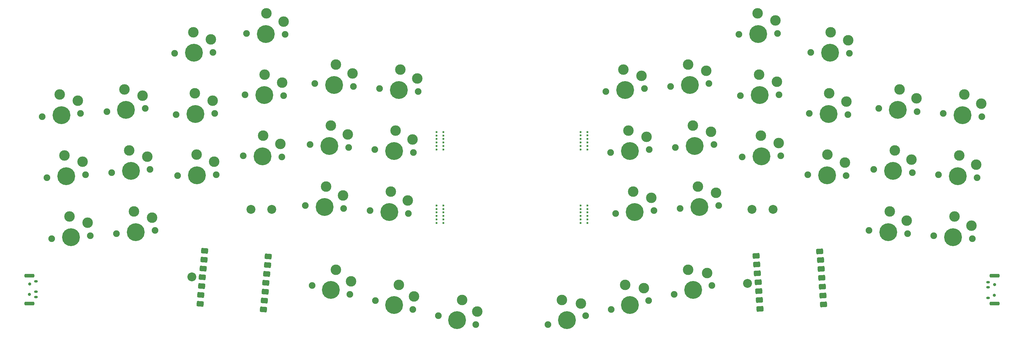
<source format=gts>
%TF.GenerationSoftware,KiCad,Pcbnew,9.0.0*%
%TF.CreationDate,2025-07-06T20:28:58+03:00*%
%TF.ProjectId,NIOKR,4e494f4b-522e-46b6-9963-61645f706362,rev?*%
%TF.SameCoordinates,Original*%
%TF.FileFunction,Soldermask,Top*%
%TF.FilePolarity,Negative*%
%FSLAX46Y46*%
G04 Gerber Fmt 4.6, Leading zero omitted, Abs format (unit mm)*
G04 Created by KiCad (PCBNEW 9.0.0) date 2025-07-06 20:28:58*
%MOMM*%
%LPD*%
G01*
G04 APERTURE LIST*
G04 Aperture macros list*
%AMRoundRect*
0 Rectangle with rounded corners*
0 $1 Rounding radius*
0 $2 $3 $4 $5 $6 $7 $8 $9 X,Y pos of 4 corners*
0 Add a 4 corners polygon primitive as box body*
4,1,4,$2,$3,$4,$5,$6,$7,$8,$9,$2,$3,0*
0 Add four circle primitives for the rounded corners*
1,1,$1+$1,$2,$3*
1,1,$1+$1,$4,$5*
1,1,$1+$1,$6,$7*
1,1,$1+$1,$8,$9*
0 Add four rect primitives between the rounded corners*
20,1,$1+$1,$2,$3,$4,$5,0*
20,1,$1+$1,$4,$5,$6,$7,0*
20,1,$1+$1,$6,$7,$8,$9,0*
20,1,$1+$1,$8,$9,$2,$3,0*%
G04 Aperture macros list end*
%ADD10RoundRect,0.250000X-0.792903X-0.457635X0.701389X-0.588369X0.792903X0.457635X-0.701389X0.588369X0*%
%ADD11RoundRect,0.250000X-0.711551X-0.576038X0.784795X-0.471404X0.711551X0.576038X-0.784795X0.471404X0*%
%ADD12C,0.900000*%
%ADD13RoundRect,0.175000X0.325000X-0.175000X0.325000X0.175000X-0.325000X0.175000X-0.325000X-0.175000X0*%
%ADD14RoundRect,0.250000X-1.150000X-0.250000X1.150000X-0.250000X1.150000X0.250000X-1.150000X0.250000X0*%
%ADD15C,1.900000*%
%ADD16C,3.000000*%
%ADD17C,5.100000*%
%ADD18C,0.600000*%
%ADD19C,2.540000*%
%ADD20RoundRect,0.175000X-0.325000X0.175000X-0.325000X-0.175000X0.325000X-0.175000X0.325000X0.175000X0*%
%ADD21RoundRect,0.250000X1.150000X0.250000X-1.150000X0.250000X-1.150000X-0.250000X1.150000X-0.250000X0*%
G04 APERTURE END LIST*
D10*
%TO.C,U1*%
X-123931435Y-26227011D03*
X-123710059Y-23696677D03*
X-123488683Y-21166342D03*
X-123267308Y-18636008D03*
X-123045932Y-16105673D03*
X-122824557Y-13575339D03*
X-122603181Y-11045004D03*
X-104492361Y-12629495D03*
X-104713737Y-15159830D03*
X-104935113Y-17690164D03*
X-105156488Y-20220499D03*
X-105377864Y-22750834D03*
X-105599239Y-25281168D03*
X-105820615Y-27811503D03*
%TD*%
D11*
%TO.C,U2*%
X35684649Y-27663064D03*
X35507467Y-25129252D03*
X35330286Y-22595439D03*
X35153105Y-20061626D03*
X34975923Y-17527814D03*
X34798742Y-14994001D03*
X34621560Y-12460188D03*
X52757275Y-11192016D03*
X52934456Y-13725828D03*
X53111638Y-16259641D03*
X53288819Y-18793454D03*
X53466000Y-21327266D03*
X53643182Y-23861079D03*
X53820363Y-26394892D03*
%TD*%
D12*
%TO.C,L-PSW1*%
X-172558800Y-23503500D03*
X-172508800Y-20503500D03*
D13*
X-170708800Y-19753500D03*
X-170708800Y-22753500D03*
X-170708800Y-24253500D03*
D14*
X-172608800Y-18153500D03*
X-172608800Y-26103500D03*
%TD*%
D15*
%TO.C,R-S2*%
X50213485Y45701273D03*
D16*
X55866044Y51455278D03*
D17*
X55711600Y45557300D03*
D16*
X60806741Y49125147D03*
D15*
X61209715Y45413327D03*
%TD*%
D18*
%TO.C,mbites4*%
X-13460600Y1914600D03*
X-13460600Y914600D03*
X-13460600Y-85400D03*
X-13460600Y-1085400D03*
X-13460600Y-2085400D03*
X-13460600Y-3085400D03*
%TD*%
D15*
%TO.C,R-S1*%
X69539555Y29635325D03*
D16*
X75485509Y35085612D03*
D17*
X75022600Y29203800D03*
D16*
X80297485Y32500099D03*
D15*
X80505645Y28772275D03*
%TD*%
%TO.C,L-S0*%
X-168948545Y27320775D03*
D16*
X-163928409Y33634112D03*
D17*
X-163465500Y27752300D03*
D16*
X-158771212Y31833190D03*
D15*
X-157982455Y28183825D03*
%TD*%
%TO.C,R-S5*%
X-8229145Y34460575D03*
D16*
X-3209009Y40773912D03*
D17*
X-2746100Y34892100D03*
D16*
X1948188Y38972990D03*
D15*
X2736945Y35323625D03*
%TD*%
%TO.C,L-S8*%
X-130751615Y27919227D03*
D16*
X-125407944Y33961178D03*
D17*
X-125253500Y28063200D03*
D16*
X-120352068Y31892817D03*
D15*
X-119755385Y28207173D03*
%TD*%
%TO.C,L-S2*%
X-131209715Y45413327D03*
D16*
X-125866044Y51455278D03*
D17*
X-125711600Y45557300D03*
D16*
X-120810168Y49386917D03*
D15*
X-120213485Y45701273D03*
%TD*%
%TO.C,R-S6*%
X86609455Y10737825D03*
D16*
X92555409Y16188112D03*
D17*
X92092500Y10306300D03*
D16*
X97367385Y13602599D03*
D15*
X97575545Y9874775D03*
%TD*%
D19*
%TO.C,L-BAT+1*%
X-109449000Y754900D03*
%TD*%
%TO.C,L-GND1*%
X-103449000Y754900D03*
%TD*%
D15*
%TO.C,R-S8*%
X49755385Y28207173D03*
D16*
X55407944Y33961178D03*
D17*
X55253500Y28063200D03*
D16*
X60348641Y31631047D03*
D15*
X60751615Y27919227D03*
%TD*%
%TO.C,L-S11*%
X-74110045Y17877625D03*
D16*
X-68164091Y23327912D03*
D17*
X-68627000Y17446100D03*
D16*
X-63352115Y20742399D03*
D15*
X-63143955Y17014575D03*
%TD*%
%TO.C,L-S20*%
X-55980135Y-29572350D03*
D16*
X-49254772Y-25119317D03*
D17*
X-50632100Y-30856300D03*
D16*
X-44906503Y-28425758D03*
D15*
X-45284065Y-32140250D03*
%TD*%
D18*
%TO.C,mbites1*%
X-56539400Y22914800D03*
X-56539400Y21914800D03*
X-56539400Y20914800D03*
X-56539400Y19914800D03*
X-56539400Y18914800D03*
X-56539400Y17914800D03*
%TD*%
D15*
%TO.C,L-S18*%
X-91957835Y-20934850D03*
D16*
X-85232472Y-16481817D03*
D17*
X-86609800Y-22218800D03*
D16*
X-80884203Y-19788258D03*
D15*
X-81261765Y-23502750D03*
%TD*%
D18*
%TO.C,mbites2*%
X-56536600Y1917300D03*
X-56536600Y917300D03*
X-56536600Y-82700D03*
X-56536600Y-1082700D03*
X-56536600Y-2082700D03*
X-56536600Y-3082700D03*
%TD*%
D15*
%TO.C,L-S5*%
X-72736945Y35323625D03*
D16*
X-66790991Y40773912D03*
D17*
X-67253900Y34892100D03*
D16*
X-61979015Y38188399D03*
D15*
X-61770855Y34460575D03*
%TD*%
%TO.C,R-S14*%
X49297285Y10713173D03*
D16*
X54949844Y16467178D03*
D17*
X54795400Y10569200D03*
D16*
X59890541Y14137047D03*
D15*
X60293515Y10425227D03*
%TD*%
%TO.C,R-S4*%
X10213855Y35912075D03*
D16*
X15233991Y42225412D03*
D17*
X15696900Y36343600D03*
D16*
X20391188Y40424490D03*
D15*
X21179945Y36775125D03*
%TD*%
%TO.C,R-S3*%
X29680485Y50794327D03*
D16*
X35024156Y56836278D03*
D17*
X35178600Y50938300D03*
D16*
X40080032Y54767917D03*
D15*
X40676715Y51082273D03*
%TD*%
%TO.C,L-S14*%
X-130293515Y10425227D03*
D16*
X-124949844Y16467178D03*
D17*
X-124795400Y10569200D03*
D16*
X-119893968Y14398817D03*
D15*
X-119297285Y10713173D03*
%TD*%
%TO.C,R-S18*%
X11261765Y-23502750D03*
D16*
X15232472Y-16481817D03*
D17*
X16609800Y-22218800D03*
D16*
X20607902Y-17453804D03*
D15*
X21957835Y-20934850D03*
%TD*%
%TO.C,L-S9*%
X-111134815Y33588273D03*
D16*
X-105482256Y39342278D03*
D17*
X-105636700Y33444300D03*
D16*
X-100541559Y37012147D03*
D15*
X-100138585Y33300327D03*
%TD*%
%TO.C,L-S3*%
X-110676715Y51082273D03*
D16*
X-105024156Y56836278D03*
D17*
X-105178600Y50938300D03*
D16*
X-100083459Y54506147D03*
D15*
X-99680485Y50794327D03*
%TD*%
%TO.C,R-S7*%
X68166455Y12189325D03*
D16*
X74112409Y17639612D03*
D17*
X73649500Y11757800D03*
D16*
X78924385Y15054099D03*
D15*
X79132545Y11326275D03*
%TD*%
%TO.C,L-S6*%
X-167575545Y9874775D03*
D16*
X-162555409Y16188112D03*
D17*
X-162092500Y10306300D03*
D16*
X-157398212Y14387190D03*
D15*
X-156609455Y10737825D03*
%TD*%
%TO.C,R-S10*%
X11586855Y18465975D03*
D16*
X16606991Y24779312D03*
D17*
X17069900Y18897500D03*
D16*
X21764188Y22978390D03*
D15*
X22552945Y19329025D03*
%TD*%
%TO.C,L-S7*%
X-149132545Y11326275D03*
D16*
X-144112409Y17639612D03*
D17*
X-143649500Y11757800D03*
D16*
X-138955212Y15838690D03*
D15*
X-138166455Y12189325D03*
%TD*%
%TO.C,R-S9*%
X30138585Y33300327D03*
D16*
X35482256Y39342278D03*
D17*
X35636700Y33444300D03*
D16*
X40538132Y37273917D03*
D15*
X41134815Y33588273D03*
%TD*%
%TO.C,R-S19*%
X-6727135Y-27821450D03*
D16*
X-2756428Y-20800517D03*
D17*
X-1379100Y-26537500D03*
D16*
X2619002Y-21772504D03*
D15*
X3968935Y-25253550D03*
%TD*%
D18*
%TO.C,mbites3*%
X-13459000Y22917200D03*
X-13459000Y21917200D03*
X-13459000Y20917200D03*
X-13459000Y19917200D03*
X-13459000Y18917200D03*
X-13459000Y17917200D03*
%TD*%
D15*
%TO.C,R-S11*%
X-6856045Y17014575D03*
D16*
X-1835909Y23327912D03*
D17*
X-1373000Y17446100D03*
D16*
X3321288Y21526990D03*
D15*
X4110045Y17877625D03*
%TD*%
%TO.C,L-S1*%
X-150505645Y28772275D03*
D16*
X-145485509Y35085612D03*
D17*
X-145022600Y29203800D03*
D16*
X-140328312Y33284690D03*
D15*
X-139539555Y29635325D03*
%TD*%
%TO.C,R-S13*%
X66793455Y-5256775D03*
D16*
X72739409Y193512D03*
D17*
X72276500Y-5688300D03*
D16*
X77551385Y-2392001D03*
D15*
X77759545Y-6119825D03*
%TD*%
D18*
%TO.C,mbites6*%
X-54539400Y1914600D03*
X-54539400Y914600D03*
X-54539400Y-85400D03*
X-54539400Y-1085400D03*
X-54539400Y-2085400D03*
X-54539400Y-3085400D03*
%TD*%
D19*
%TO.C,L-BAT+2*%
X-126268800Y-18479400D03*
%TD*%
D15*
%TO.C,L-S17*%
X-75483045Y431525D03*
D16*
X-69537091Y5881812D03*
D17*
X-70000000Y0D03*
D16*
X-64725115Y3296299D03*
D15*
X-64516955Y-431525D03*
%TD*%
D19*
%TO.C,R-BAT+1*%
X39449000Y754900D03*
%TD*%
D15*
%TO.C,L-S4*%
X-91179945Y36775125D03*
D16*
X-85233991Y42225412D03*
D17*
X-85696900Y36343600D03*
D16*
X-80422015Y39639899D03*
D15*
X-80213855Y35912075D03*
%TD*%
D12*
%TO.C,R-PSW1*%
X102558800Y-20751000D03*
X102508800Y-23751000D03*
D20*
X100708800Y-24501000D03*
X100708800Y-21501000D03*
X100708800Y-20001000D03*
D21*
X102608800Y-26101000D03*
X102608800Y-18151000D03*
%TD*%
D15*
%TO.C,L-S15*%
X-111592915Y16094273D03*
D16*
X-105940356Y21848278D03*
D17*
X-106094800Y15950300D03*
D16*
X-100999659Y19518147D03*
D15*
X-100596685Y15806327D03*
%TD*%
%TO.C,R-S20*%
X-24715935Y-32140250D03*
D16*
X-20745228Y-25119317D03*
D17*
X-19367900Y-30856300D03*
D16*
X-15369798Y-26091304D03*
D15*
X-14019865Y-29572350D03*
%TD*%
D19*
%TO.C,R-GND1*%
X33449000Y754900D03*
%TD*%
D15*
%TO.C,L-S19*%
X-73969035Y-25253550D03*
D16*
X-67243672Y-20800517D03*
D17*
X-68621000Y-26537500D03*
D16*
X-62895403Y-24106958D03*
D15*
X-63272965Y-27821450D03*
%TD*%
%TO.C,R-S16*%
X12959955Y1019975D03*
D16*
X17980091Y7333312D03*
D17*
X18443000Y1451500D03*
D16*
X23137288Y5532390D03*
D15*
X23926045Y1883025D03*
%TD*%
%TO.C,R-S12*%
X85236455Y-6708275D03*
D16*
X91182409Y-1257988D03*
D17*
X90719500Y-7139800D03*
D16*
X95994385Y-3843501D03*
D15*
X96202545Y-7571325D03*
%TD*%
%TO.C,L-S10*%
X-92552945Y19329025D03*
D16*
X-86606991Y24779312D03*
D17*
X-87069900Y18897500D03*
D16*
X-81795015Y22193799D03*
D15*
X-81586855Y18465975D03*
%TD*%
%TO.C,R-S0*%
X87982455Y28183825D03*
D16*
X93928409Y33634112D03*
D17*
X93465500Y27752300D03*
D16*
X98740385Y31048599D03*
D15*
X98948545Y27320775D03*
%TD*%
D18*
%TO.C,mbites8*%
X-15460600Y1914800D03*
X-15460600Y914800D03*
X-15460600Y-85200D03*
X-15460600Y-1085200D03*
X-15460600Y-2085200D03*
X-15460600Y-3085200D03*
%TD*%
D15*
%TO.C,L-S13*%
X-147759545Y-6119825D03*
D16*
X-142739409Y193512D03*
D17*
X-142276500Y-5688300D03*
D16*
X-137582212Y-1607410D03*
D15*
X-136793455Y-5256775D03*
%TD*%
D18*
%TO.C,mbites5*%
X-54539400Y22914600D03*
X-54539400Y21914600D03*
X-54539400Y20914600D03*
X-54539400Y19914600D03*
X-54539400Y18914600D03*
X-54539400Y17914600D03*
%TD*%
D15*
%TO.C,L-S16*%
X-93926045Y1883025D03*
D16*
X-87980091Y7333312D03*
D17*
X-88443000Y1451500D03*
D16*
X-83168115Y4747799D03*
D15*
X-82959955Y1019975D03*
%TD*%
%TO.C,R-S17*%
X-5483045Y-431525D03*
D16*
X-462909Y5881812D03*
D17*
X0Y0D03*
D16*
X4694288Y4080890D03*
D15*
X5483045Y431525D03*
%TD*%
%TO.C,R-S15*%
X30596685Y15806327D03*
D16*
X35940356Y21848278D03*
D17*
X36094800Y15950300D03*
D16*
X40996232Y19779917D03*
D15*
X41592915Y16094273D03*
%TD*%
D18*
%TO.C,mbites7*%
X-15458900Y22917300D03*
X-15458900Y21917300D03*
X-15458900Y20917300D03*
X-15458900Y19917300D03*
X-15458900Y18917300D03*
X-15458900Y17917300D03*
%TD*%
D19*
%TO.C,R-BAT+2*%
X32163700Y-20376500D03*
%TD*%
D15*
%TO.C,L-S12*%
X-166202545Y-7571325D03*
D16*
X-161182409Y-1257988D03*
D17*
X-160719500Y-7139800D03*
D16*
X-156025212Y-3058910D03*
D15*
X-155236455Y-6708275D03*
%TD*%
M02*

</source>
